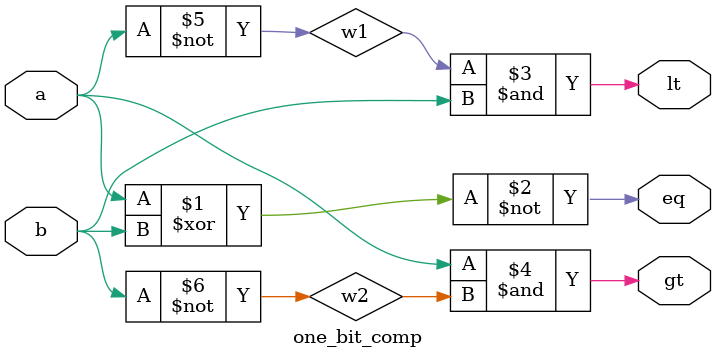
<source format=v>
`timescale 1ns / 1ps
module one_bit_comp(a,b,lt,gt,eq);
    input a,b;
    output lt,gt,eq;
	
	wire w1,w2;
	not n1(w1,a);
	not n2(w2,b);
	
	xnor x1(eq,a,b); //when a and b are equal
	and a1(lt,w1,b); //when a is less than b
	and a2(gt,a,w2); //when a is greater than b

endmodule

</source>
